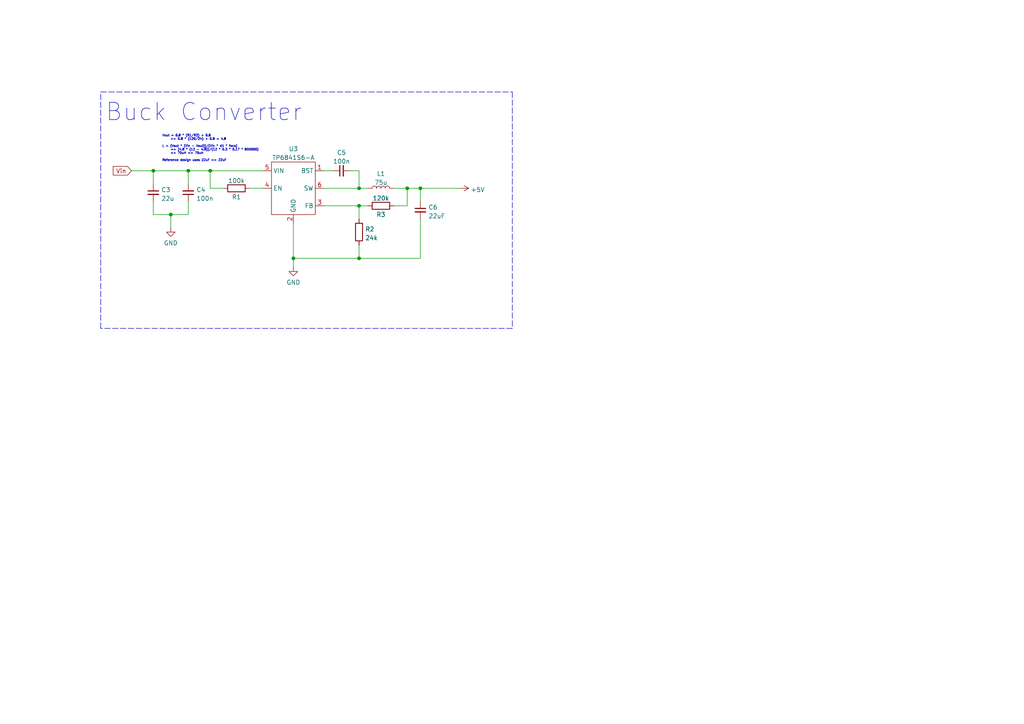
<source format=kicad_sch>
(kicad_sch (version 20211123) (generator eeschema)
  (paper "A4")
  (lib_symbols
    (symbol "Device:C_Small" (pin_numbers hide) (pin_names (offset 0.254) hide)
      (property "Reference" "C" (at 0.254 1.778 0))
      (property "Value" "C_Small" (at 0.254 -2.032 0))
      (symbol "C_Small_0_1"
        (polyline (pts (xy -1.524 -0.508) (xy 1.524 -0.508)) (stroke (width 0.3302)))
        (polyline (pts (xy -1.524 0.508) (xy 1.524 0.508)) (stroke (width 0.3048)))
      )
      (symbol "C_Small_1_1"
        (pin passive line (at 0 2.54 270) (length 2.032) (name "~") (number "1"))
        (pin passive line (at 0 -2.54 90) (length 2.032) (name "~") (number "2"))
      )
    )
    (symbol "Device:L" (pin_numbers hide) (pin_names (offset 1.016) hide)
      (property "Reference" "L" (at -1.27 0 90))
      (property "Value" "L" (at 1.905 0 90))
      (symbol "L_0_1"
        (arc (start 0 -2.54) (mid 0.635 -1.905) (end 0 -1.27))
        (arc (start 0 -1.27) (mid 0.635 -0.635) (end 0 0))
        (arc (start 0 0) (mid 0.635 0.635) (end 0 1.27))
        (arc (start 0 1.27) (mid 0.635 1.905) (end 0 2.54))
      )
      (symbol "L_1_1"
        (pin passive line (at 0 3.81 270) (length 1.27) (name "1") (number "1"))
        (pin passive line (at 0 -3.81 90) (length 1.27) (name "2") (number "2"))
      )
    )
    (symbol "Device:R" (pin_numbers hide) (pin_names (offset 0))
      (property "Reference" "R" (at 2.032 0 90))
      (property "Value" "R" (at 0 0 90))
      (symbol "R_0_1"
        (rectangle (start -1.016 -2.54) (end 1.016 2.54) (stroke (width 0.254)))
      )
      (symbol "R_1_1"
        (pin passive line (at 0 3.81 270) (length 1.27) (name "~") (number "1"))
        (pin passive line (at 0 -3.81 90) (length 1.27) (name "~") (number "2"))
      )
    )
    (symbol "custom:TP6841S6-A"
      (property "Reference" "U3" (at 0 11.43 0))
      (property "Value" "TP6841S6-A" (at 0 8.89 0))
      (symbol "TP6841S6-A_0_1"
        (rectangle (start -6.35 7.62) (end 6.35 -7.62))
      )
      (symbol "TP6841S6-A_1_1"
        (pin input line (at 8.89 5.08 180) (length 2.54) (name "BST") (number "1"))
        (pin power_in line (at 0 -10.16 90) (length 2.54) (name "GND") (number "2"))
        (pin input line (at 8.89 -5.08 180) (length 2.54) (name "FB") (number "3"))
        (pin input line (at -8.89 0 0) (length 2.54) (name "EN") (number "4"))
        (pin power_in line (at -8.89 5.08 0) (length 2.54) (name "VIN") (number "5"))
        (pin output line (at 8.89 0 180) (length 2.54) (name "SW") (number "6"))
      )
    )
    (symbol "power:+5V" (power) (pin_names (offset 0))
      (property "Value" "+5V" (at 0 3.556 0))
      (symbol "+5V_0_1"
        (polyline (pts (xy -0.762 1.27) (xy 0 2.54)))
        (polyline (pts (xy 0 0) (xy 0 2.54)))
        (polyline (pts (xy 0 2.54) (xy 0.762 1.27)))
      )
      (symbol "+5V_1_1"
        (pin power_in line (at 0 0 90) (length 0) hide (name "+5V") (number "1"))
      )
    )
    (symbol "power:GND" (power) (pin_names (offset 0))
      (property "Value" "GND" (at 0 -3.81 0))
      (symbol "GND_0_1"
        (polyline (pts (xy 0 0) (xy 0 -1.27) (xy 1.27 -1.27) (xy 0 -2.54) (xy -1.27 -1.27) (xy 0 -1.27)))
      )
      (symbol "GND_1_1"
        (pin power_in line (at 0 0 270) (length 0) hide (name "GND") (number "1"))
      )
    )
  )
  (junction (at 44.45 49.53))
  (junction (at 104.14 74.93))
  (junction (at 49.53 62.23))
  (junction (at 85.09 74.93))
  (junction (at 60.96 49.53))
  (junction (at 54.61 49.53))
  (junction (at 104.14 59.69))
  (junction (at 104.14 54.61))
  (junction (at 121.92 54.61))
  (junction (at 118.11 54.61))
  (polyline (pts (xy 148.59 26.67) (xy 148.59 95.25)))
  (wire (pts (xy 104.14 71.12) (xy 104.14 74.93)))
  (wire (pts (xy 118.11 54.61) (xy 118.11 59.69)))
  (wire (pts (xy 121.92 54.61) (xy 121.92 58.42)))
  (wire (pts (xy 44.45 62.23) (xy 49.53 62.23)))
  (wire (pts (xy 114.3 59.69) (xy 118.11 59.69)))
  (wire (pts (xy 60.96 49.53) (xy 60.96 54.61)))
  (wire (pts (xy 49.53 62.23) (xy 49.53 66.04)))
  (wire (pts (xy 54.61 49.53) (xy 60.96 49.53)))
  (wire (pts (xy 104.14 49.53) (xy 104.14 54.61)))
  (wire (pts (xy 44.45 49.53) (xy 54.61 49.53)))
  (wire (pts (xy 49.53 62.23) (xy 54.61 62.23)))
  (wire (pts (xy 38.1 49.53) (xy 44.45 49.53)))
  (wire (pts (xy 54.61 49.53) (xy 54.61 53.34)))
  (wire (pts (xy 106.68 54.61) (xy 104.14 54.61)))
  (wire (pts (xy 121.92 63.5) (xy 121.92 74.93)))
  (wire (pts (xy 121.92 54.61) (xy 133.35 54.61)))
  (polyline (pts (xy 148.59 95.25) (xy 29.21 95.25)))
  (wire (pts (xy 104.14 59.69) (xy 106.68 59.69)))
  (wire (pts (xy 104.14 59.69) (xy 104.14 63.5)))
  (wire (pts (xy 114.3 54.61) (xy 118.11 54.61)))
  (wire (pts (xy 54.61 62.23) (xy 54.61 58.42)))
  (wire (pts (xy 93.98 59.69) (xy 104.14 59.69)))
  (wire (pts (xy 93.98 54.61) (xy 104.14 54.61)))
  (wire (pts (xy 101.6 49.53) (xy 104.14 49.53)))
  (wire (pts (xy 104.14 74.93) (xy 85.09 74.93)))
  (wire (pts (xy 44.45 58.42) (xy 44.45 62.23)))
  (wire (pts (xy 121.92 74.93) (xy 104.14 74.93)))
  (wire (pts (xy 93.98 49.53) (xy 96.52 49.53)))
  (polyline (pts (xy 29.21 26.67) (xy 148.59 26.67)))
  (wire (pts (xy 85.09 64.77) (xy 85.09 74.93)))
  (wire (pts (xy 118.11 54.61) (xy 121.92 54.61)))
  (wire (pts (xy 85.09 74.93) (xy 85.09 77.47)))
  (wire (pts (xy 76.2 49.53) (xy 60.96 49.53)))
  (wire (pts (xy 44.45 49.53) (xy 44.45 53.34)))
  (wire (pts (xy 72.39 54.61) (xy 76.2 54.61)))
  (wire (pts (xy 64.77 54.61) (xy 60.96 54.61)))
  (polyline (pts (xy 29.21 95.25) (xy 29.21 26.67)))
  (text "Buck Converter" (at 30.48 35.56 0) (effects (font (size 5 5)) (justify left bottom)))
  (text "Vout = 0.8 * (R1/R2) + 0.8\n	=> 0.8 * (120/24) + 0.8 = 4.8\n	\nL > (Vout * (Vin - Vout))/(Vin * dIl * focs)\n	=> (4.8 * (12 - 4.8))/(12 * 0.3 * 0.17 * 800000)\n	=> 70uH => 75uH \n	\nReference design uses 22uF => 22uF" (at 46.99 46.99 0) (effects (font (size 0.635 0.635)) (justify left bottom)))
  (global_label "Vin" (shape input) (at 38.1 49.53 180) (property "Intersheet References" "${INTERSHEET_REFS}" (effects hide)))
  (symbol (lib_id "power:GND") (at 85.09 77.47 0) (unit 1)
    (property "Reference" "#PWR011" (effects hide))
    (property "Value" "GND" (at 85.09 81.9134 0))
  )
  (symbol (lib_id "Device:R") (at 68.58 54.61 90) (unit 1)
    (property "Reference" "R1" (at 68.58 57.15 90))
    (property "Value" "100k" (at 68.58 52.4311 90))
    (property "Footprint" "Resistor_SMD:R_0402_1005Metric" (effects hide))
    (property "Datasheet" "https://datasheet.lcsc.com/lcsc/2110260030_UNI-ROYAL-Uniroyal-Elec-0402WGF1003TCE_C25741.pdf" (effects hide))
    (property "LCSC#" "C25741" (effects hide))
  )
  (symbol (lib_id "Device:L") (at 110.49 54.61 90) (unit 1)
    (property "Reference" "L1" (at 110.49 50.4022 90))
    (property "Value" "75u" (at 110.49 52.9391 90))
    (property "Footprint" "custom:IND-SMD_L4.0-W4.0_FNR40XXS" (effects hide))
    (property "Datasheet" "https://datasheet.lcsc.com/lcsc/1810111121_cjiang-Changjiang-Microelectronics-Tech-FNR4020S750MT_C167848.pdf" (effects hide))
    (property "LCSC#" "C167848" (effects hide))
  )
  (symbol (lib_id "power:+5V") (at 133.35 54.61 270) (unit 1)
    (property "Reference" "#PWR012" (effects hide))
    (property "Value" "+5V" (at 136.525 55.0438 90) (effects (justify left)))
  )
  (symbol (lib_id "Device:C_Small") (at 99.06 49.53 90) (unit 1)
    (property "Reference" "C5" (at 99.0663 44.2681 90))
    (property "Value" "100n" (at 99.0663 46.805 90))
    (property "Footprint" "Capacitor_SMD:C_0402_1005Metric" (effects hide))
    (property "Datasheet" "https://datasheet.lcsc.com/lcsc/1810191219_Samsung-Electro-Mechanics-CL05B104KO5NNNC_C1525.pdf" (effects hide))
    (property "LCSC#" "C1525" (effects hide))
  )
  (symbol (lib_id "custom:TP6841S6-A") (at 85.09 54.61 0) (unit 1)
    (property "Reference" "U3" (at 85.09 43.18 0))
    (property "Value" "TP6841S6-A" (at 85.09 45.72 0))
    (property "Footprint" "Package_TO_SOT_SMD:SOT-23-6" (effects hide))
    (property "Datasheet" "https://datasheet.lcsc.com/lcsc/2108072230_TECH-PUBLIC-TP6841S6-A_C2844924.pdf" (effects hide))
    (property "LCSC#" "C2844924" (effects hide))
  )
  (symbol (lib_id "Device:C_Small") (at 121.92 60.96 0) (unit 1)
    (property "Reference" "C6" (at 124.2441 60.1316 0) (effects (justify left)))
    (property "Value" "22uF" (at 124.2441 62.6685 0) (effects (justify left)))
    (property "Footprint" "Capacitor_SMD:C_0603_1608Metric" (effects hide))
    (property "Datasheet" "https://datasheet.lcsc.com/lcsc/1811151138_Samsung-Electro-Mechanics-CL10A226MQ8NRNC_C59461.pdf" (effects hide))
    (property "LCSC#" "C59461" (effects hide))
  )
  (symbol (lib_id "Device:C_Small") (at 44.45 55.88 0) (unit 1)
    (property "Reference" "C3" (at 46.7741 55.0516 0) (effects (justify left)))
    (property "Value" "22u" (at 46.7741 57.5885 0) (effects (justify left)))
    (property "Footprint" "Capacitor_SMD:C_1206_3216Metric" (effects hide))
    (property "Datasheet" "https://datasheet.lcsc.com/lcsc/1811031514_Samsung-Electro-Mechanics-CL31A226KAHNNNE_C12891.pdf" (effects hide))
    (property "LCSC#" "C12891" (effects hide))
  )
  (symbol (lib_id "power:GND") (at 49.53 66.04 0) (unit 1)
    (property "Reference" "#PWR010" (effects hide))
    (property "Value" "GND" (at 49.53 70.4834 0))
  )
  (symbol (lib_id "Device:C_Small") (at 54.61 55.88 180) (unit 1)
    (property "Reference" "C4" (at 56.9341 55.0389 0) (effects (justify right)))
    (property "Value" "100n" (at 56.9341 57.5758 0) (effects (justify right)))
    (property "Footprint" "Capacitor_SMD:C_0402_1005Metric" (effects hide))
    (property "Datasheet" "https://datasheet.lcsc.com/lcsc/1810191219_Samsung-Electro-Mechanics-CL05B104KO5NNNC_C1525.pdf" (effects hide))
    (property "LCSC#" "C1525" (effects hide))
  )
  (symbol (lib_id "Device:R") (at 110.49 59.69 90) (unit 1)
    (property "Reference" "R3" (at 110.49 62.23 90))
    (property "Value" "120k" (at 110.49 57.5111 90))
    (property "Footprint" "Resistor_SMD:R_0402_1005Metric" (effects hide))
    (property "Datasheet" "https://datasheet.lcsc.com/lcsc/2110260030_UNI-ROYAL-Uniroyal-Elec-0402WGF1203TCE_C25750.pdf" (effects hide))
    (property "LCSC#" "C25750" (effects hide))
  )
  (symbol (lib_id "Device:R") (at 104.14 67.31 0) (unit 1)
    (property "Reference" "R2" (at 105.918 66.4753 0) (effects (justify left)))
    (property "Value" "24k" (at 105.918 69.0122 0) (effects (justify left)))
    (property "Footprint" "Resistor_SMD:R_0402_1005Metric" (effects hide))
    (property "Datasheet" "https://datasheet.lcsc.com/lcsc/2110260030_UNI-ROYAL-Uniroyal-Elec-0402WGF2402TCE_C25769.pdf" (effects hide))
    (property "LCSC#" "C25769" (effects hide))
  )
)
</source>
